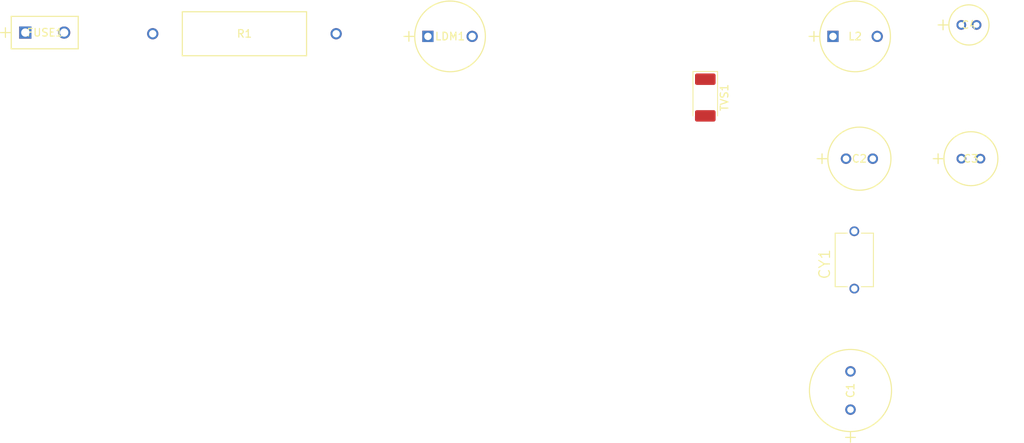
<source format=kicad_pcb>
(kicad_pcb (version 20241229) (generator "pcbnew") (generator_version "9.0")
  (layers (0 "F.Cu" signal) (2 "B.Cu" signal) (13 "F.Paste" user) (15 "B.Paste" user) (5 "F.SilkS" user "F.Silkscreen") (7 "B.SilkS" user "B.Silkscreen") (1 "F.Mask" user) (3 "B.Mask" user) (25 "Edge.Cuts" user))
  (net 0 "")
  (net 2 "Net-(C1-Pad2)")
  (net 3 "Net-(TVS1-A)")
  (net 4 "Net-(C2-Pad2)")
  (net 5 "Net-(TVS1-K)")
  (net 6 "Net-(FUSE1-Pad2)")
  (net 9 "Net-(LDM1-Pad2)")
  (footprint "Diode_SMD:D_MELF" (layer "F.Cu") (at 164.5 85.5 -90)
    (property "Reference" "TVS1" (at 0 -2.5 90) (layer "F.SilkS"))
    (property "Value" "~")
    (fp_line (start -3.41 1.61) (end 2.4 1.61) (stroke (width 0.12)) (layer "F.SilkS"))
    (fp_line (start -3.41 -1.61) (end -3.41 1.61) (stroke (width 0.12)) (layer "F.SilkS"))
    (fp_line (start 2.4 -1.61) (end -3.41 -1.61) (stroke (width 0.12)) (layer "F.SilkS"))
    (pad "1" smd roundrect (at -2.4 0 270) (size 1.5 2.7) (layers "F.Cu" "F.Mask" "F.Paste") (roundrect_rratio 0.1666666667) (net 5 "Net-(TVS1-K)"))
    (pad "2" smd roundrect (at 2.4 0 270) (size 1.5 2.7) (layers "F.Cu" "F.Mask" "F.Paste") (roundrect_rratio 0.1666666667) (net 3 "Net-(TVS1-A)"))
  )
  (footprint "Capacitor-470uF-16V:CAP_RHT_8X11P5_NCH" (layer "F.Cu") (at 182.91675 93.5)
    (property "Reference" "C2" (at 1.75 0 0) (layer "F.SilkS"))
    (property "Value" "~")
    (fp_line (start -3.7745 0) (end -2.5045 0) (stroke (width 0.1524)) (layer "F.SilkS"))
    (fp_line (start -3.1395 -0.635) (end -3.1395 0.635) (stroke (width 0.1524)) (layer "F.SilkS"))
    (fp_circle (center 1.75 0) (end 5.8775 0) (stroke (width 0.1524)) (fill no) (layer "F.SilkS"))
    (pad "1" thru_hole circle (at 0 0) (size 1.3716 1.3716) (drill 0.8636) (layers "*.Cu" "*.Mask") (net 3 "Net-(TVS1-A)"))
    (pad "2" thru_hole circle (at 3.500001 0) (size 1.3716 1.3716) (drill 0.8636) (layers "*.Cu" "*.Mask") (net 4 "Net-(C2-Pad2)"))
  )
  (footprint "Resistor-300-3A:res2_1-1625892-1_TEC" (layer "F.Cu") (at 92.202352 77.1516)
    (property "Reference" "R1" (at 11.999999 0 0) (layer "F.SilkS"))
    (property "Value" "~")
    (fp_line (start 3.872997 -2.877) (end 3.872997 2.877) (stroke (width 0.1524)) (layer "F.SilkS"))
    (fp_line (start 3.872997 2.877) (end 20.127 2.877) (stroke (width 0.1524)) (layer "F.SilkS"))
    (fp_line (start 20.127 -2.877) (end 3.872997 -2.877) (stroke (width 0.1524)) (layer "F.SilkS"))
    (fp_line (start 20.127 2.877) (end 20.127 -2.877) (stroke (width 0.1524)) (layer "F.SilkS"))
    (pad "1" thru_hole circle (at -0.000002 0) (size 1.4732 1.4732) (drill 0.9652) (layers "*.Cu" "*.Mask") (net 6 "Net-(FUSE1-Pad2)"))
    (pad "2" thru_hole circle (at 23.999999 0) (size 1.4732 1.4732) (drill 0.9652) (layers "*.Cu" "*.Mask") (net 9 "Net-(LDM1-Pad2)"))
  )
  (footprint "Inductor-4.7uH-60ohm:IND_BOURNS_RLB9012" (layer "F.Cu") (at 128.2088 77.5)
    (property "Reference" "LDM1" (at 2.8956 0 0) (layer "F.SilkS"))
    (property "Value" "~")
    (fp_line (start -3.1242 0) (end -1.8542 0) (stroke (width 0.1524)) (layer "F.SilkS"))
    (fp_line (start -2.4892 -0.635) (end -2.4892 0.635) (stroke (width 0.1524)) (layer "F.SilkS"))
    (fp_circle (center 2.8956 0) (end 7.5184 0) (stroke (width 0.1524)) (fill no) (layer "F.SilkS"))
    (pad "1" thru_hole rect (at 0 0) (size 1.4732 1.4732) (drill 0.9652) (layers "*.Cu" "*.Mask"))
    (pad "2" thru_hole circle (at 5.7912 0) (size 1.4732 1.4732) (drill 0.9652) (layers "*.Cu" "*.Mask") (net 9 "Net-(LDM1-Pad2)"))
  )
  (footprint "Inductor-4.7uH-60ohm:IND_BOURNS_RLB9012" (layer "F.Cu") (at 181.2088 77.5)
    (property "Reference" "L2" (at 2.8956 0 0) (layer "F.SilkS"))
    (property "Value" "~")
    (fp_line (start -3.1242 0) (end -1.8542 0) (stroke (width 0.1524)) (layer "F.SilkS"))
    (fp_line (start -2.4892 -0.635) (end -2.4892 0.635) (stroke (width 0.1524)) (layer "F.SilkS"))
    (fp_circle (center 2.8956 0) (end 7.5184 0) (stroke (width 0.1524)) (fill no) (layer "F.SilkS"))
    (pad "1" thru_hole rect (at 0 0) (size 1.4732 1.4732) (drill 0.9652) (layers "*.Cu" "*.Mask") (net 5 "Net-(TVS1-K)"))
    (pad "2" thru_hole circle (at 5.7912 0) (size 1.4732 1.4732) (drill 0.9652) (layers "*.Cu" "*.Mask") (net 4 "Net-(C2-Pad2)"))
  )
  (footprint "fuse_300V_1a:FUSE_36911_LTF" (layer "F.Cu") (at 75.53265 77)
    (property "Reference" "FUSE1" (at 2.54 0 0) (layer "F.SilkS"))
    (property "Value" "~")
    (fp_line (start -3.2385 0) (end -1.9685 0) (stroke (width 0.1524)) (layer "F.SilkS"))
    (fp_line (start -2.6035 -0.635) (end -2.6035 0.635) (stroke (width 0.1524)) (layer "F.SilkS"))
    (fp_line (start -1.8415 -2.1209) (end -1.8415 2.1209) (stroke (width 0.1524)) (layer "F.SilkS"))
    (fp_line (start 6.9215 -2.1209) (end -1.8415 -2.1209) (stroke (width 0.1524)) (layer "F.SilkS"))
    (fp_line (start 6.9215 -2.1209) (end 6.9215 2.1209) (stroke (width 0.1524)) (layer "F.SilkS"))
    (fp_line (start 6.9215 2.1209) (end -1.8415 2.1209) (stroke (width 0.1524)) (layer "F.SilkS"))
    (pad "1" thru_hole rect (at 0 0) (size 1.6002 1.6002) (drill 1.0922) (layers "*.Cu" "*.Mask"))
    (pad "2" thru_hole circle (at 5.08 0) (size 1.6002 1.6002) (drill 1.0922) (layers "*.Cu" "*.Mask") (net 6 "Net-(FUSE1-Pad2)"))
  )
  (footprint "Capacitor-100uF-35V:CAP_6.3X11_RUB" (layer "F.Cu") (at 198.0108 93.5)
    (property "Reference" "C3" (at 1.2446 0 0) (layer "F.SilkS"))
    (property "Value" "35ZLJ100M6.3X11")
    (fp_line (start -3.683 0) (end -2.413 0) (stroke (width 0.1524)) (layer "F.SilkS"))
    (fp_line (start -3.048 -0.635) (end -3.048 0.635) (stroke (width 0.1524)) (layer "F.SilkS"))
    (fp_circle (center 1.2446 0) (end 4.7752 0) (stroke (width 0.1524)) (fill no) (layer "F.SilkS"))
    (pad "1" thru_hole circle (at 0 0) (size 1.27 1.27) (drill 0.762) (layers "*.Cu" "*.Mask") (net 5 "Net-(TVS1-K)"))
    (pad "2" thru_hole circle (at 2.4892 0) (size 1.27 1.27) (drill 0.762) (layers "*.Cu" "*.Mask") (net 3 "Net-(TVS1-A)"))
  )
  (footprint "Capacitor-,1uF-50V:CAP_UEP_5X11_NCH" (layer "F.Cu") (at 198 76)
    (property "Reference" "C4" (at 1 0 0) (layer "F.SilkS"))
    (property "Value" "~")
    (fp_line (start -3.0259 0) (end -1.7559 0) (stroke (width 0.1524)) (layer "F.SilkS"))
    (fp_line (start -2.3909 -0.635) (end -2.3909 0.635) (stroke (width 0.1524)) (layer "F.SilkS"))
    (fp_circle (center 1 0) (end 3.6289 0) (stroke (width 0.1524)) (fill no) (layer "F.SilkS"))
    (pad "1" thru_hole circle (at 0 0) (size 1.27 1.27) (drill 0.762) (layers "*.Cu" "*.Mask") (net 5 "Net-(TVS1-K)"))
    (pad "2" thru_hole circle (at 2 0) (size 1.27 1.27) (drill 0.762) (layers "*.Cu" "*.Mask") (net 3 "Net-(TVS1-A)"))
  )
  (footprint "Capacitor-1nF-400V:CAP_DE2E3SA102MN3AY02F" (layer "F.Cu") (at 184 106.75 90)
    (property "Reference" "CY1" (at -0.555 -3.889 90) (layer "F.SilkS") (effects (font (size 1.4 1.4))))
    (property "Value" "DE2E3SA102MN3AY02F")
    (fp_line (start 3.5 -2.5) (end 3.5 -0.93) (stroke (width 0.127)) (layer "F.SilkS"))
    (fp_line (start -3.5 -2.5) (end 3.5 -2.5) (stroke (width 0.127)) (layer "F.SilkS"))
    (fp_line (start -3.5 -0.93) (end -3.5 -2.5) (stroke (width 0.127)) (layer "F.SilkS"))
    (fp_line (start 3.5 0.93) (end 3.5 2.5) (stroke (width 0.127)) (layer "F.SilkS"))
    (fp_line (start 3.5 2.5) (end -3.5 2.5) (stroke (width 0.127)) (layer "F.SilkS"))
    (fp_line (start -3.5 2.5) (end -3.5 0.93) (stroke (width 0.127)) (layer "F.SilkS"))
    (pad "1" thru_hole circle (at -3.75 0 90) (size 1.28 1.28) (drill 0.85) (layers "*.Cu" "*.Mask") (net 2 "Net-(C1-Pad2)"))
    (pad "2" thru_hole circle (at 3.75 0 90) (size 1.28 1.28) (drill 0.85) (layers "*.Cu" "*.Mask") (net 3 "Net-(TVS1-A)"))
  )
  (footprint "Capacitor-10uF-450V:CAP_BX_10x20_RUB" (layer "F.Cu") (at 183.5 126.33325 90)
    (property "Reference" "C1" (at 2.5 0 90) (layer "F.SilkS"))
    (property "Value" "UFW1C471MPD")
    (fp_line (start -3.6341 -0.635) (end -3.6341 0.635) (stroke (width 0.1524)) (layer "F.SilkS"))
    (fp_line (start -4.2691 0) (end -2.9991 0) (stroke (width 0.1524)) (layer "F.SilkS"))
    (fp_circle (center 2.5 0) (end 7.8721 0) (stroke (width 0.1524)) (fill no) (layer "F.SilkS"))
    (pad "1" thru_hole circle (at 0 0 90) (size 1.3716 1.3716) (drill 0.8636) (layers "*.Cu" "*.Mask"))
    (pad "2" thru_hole circle (at 5 0 90) (size 1.3716 1.3716) (drill 0.8636) (layers "*.Cu" "*.Mask") (net 2 "Net-(C1-Pad2)"))
  )
)
</source>
